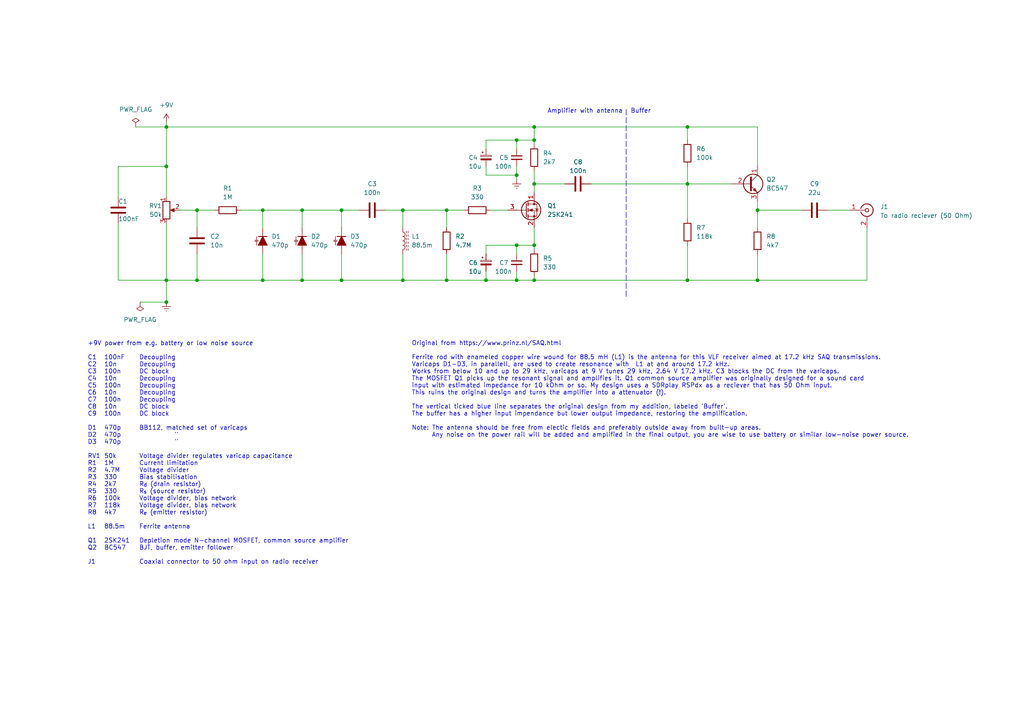
<source format=kicad_sch>
(kicad_sch (version 20211123) (generator eeschema)

  (uuid 22ae5712-8321-4ed6-a8ad-93c432143a6b)

  (paper "A4")

  (title_block
    (title "VLF amplifier")
    (date "2023-01-02")
    (rev "1")
    (comment 1 "Nicklas Norling, SA5NNN, original from https://www.prinz.nl/SAQ.html")
    (comment 2 "VLF amplifier for ferrite antenna to 50 ohm reciever.")
  )

  (lib_symbols
    (symbol "Connector:Conn_Coaxial" (pin_names (offset 1.016) hide) (in_bom yes) (on_board yes)
      (property "Reference" "J" (id 0) (at 0.254 3.048 0)
        (effects (font (size 1.27 1.27)))
      )
      (property "Value" "Conn_Coaxial" (id 1) (at 2.921 0 90)
        (effects (font (size 1.27 1.27)))
      )
      (property "Footprint" "" (id 2) (at 0 0 0)
        (effects (font (size 1.27 1.27)) hide)
      )
      (property "Datasheet" " ~" (id 3) (at 0 0 0)
        (effects (font (size 1.27 1.27)) hide)
      )
      (property "ki_keywords" "BNC SMA SMB SMC LEMO coaxial connector CINCH RCA" (id 4) (at 0 0 0)
        (effects (font (size 1.27 1.27)) hide)
      )
      (property "ki_description" "coaxial connector (BNC, SMA, SMB, SMC, Cinch/RCA, LEMO, ...)" (id 5) (at 0 0 0)
        (effects (font (size 1.27 1.27)) hide)
      )
      (property "ki_fp_filters" "*BNC* *SMA* *SMB* *SMC* *Cinch* *LEMO*" (id 6) (at 0 0 0)
        (effects (font (size 1.27 1.27)) hide)
      )
      (symbol "Conn_Coaxial_0_1"
        (arc (start -1.778 -0.508) (mid 0.2311 -1.8066) (end 1.778 0)
          (stroke (width 0.254) (type default) (color 0 0 0 0))
          (fill (type none))
        )
        (polyline
          (pts
            (xy -2.54 0)
            (xy -0.508 0)
          )
          (stroke (width 0) (type default) (color 0 0 0 0))
          (fill (type none))
        )
        (polyline
          (pts
            (xy 0 -2.54)
            (xy 0 -1.778)
          )
          (stroke (width 0) (type default) (color 0 0 0 0))
          (fill (type none))
        )
        (circle (center 0 0) (radius 0.508)
          (stroke (width 0.2032) (type default) (color 0 0 0 0))
          (fill (type none))
        )
        (arc (start 1.778 0) (mid 0.2099 1.8101) (end -1.778 0.508)
          (stroke (width 0.254) (type default) (color 0 0 0 0))
          (fill (type none))
        )
      )
      (symbol "Conn_Coaxial_1_1"
        (pin passive line (at -5.08 0 0) (length 2.54)
          (name "In" (effects (font (size 1.27 1.27))))
          (number "1" (effects (font (size 1.27 1.27))))
        )
        (pin passive line (at 0 -5.08 90) (length 2.54)
          (name "Ext" (effects (font (size 1.27 1.27))))
          (number "2" (effects (font (size 1.27 1.27))))
        )
      )
    )
    (symbol "Device:C" (pin_numbers hide) (pin_names (offset 0.254)) (in_bom yes) (on_board yes)
      (property "Reference" "C" (id 0) (at 0.635 2.54 0)
        (effects (font (size 1.27 1.27)) (justify left))
      )
      (property "Value" "C" (id 1) (at 0.635 -2.54 0)
        (effects (font (size 1.27 1.27)) (justify left))
      )
      (property "Footprint" "" (id 2) (at 0.9652 -3.81 0)
        (effects (font (size 1.27 1.27)) hide)
      )
      (property "Datasheet" "~" (id 3) (at 0 0 0)
        (effects (font (size 1.27 1.27)) hide)
      )
      (property "ki_keywords" "cap capacitor" (id 4) (at 0 0 0)
        (effects (font (size 1.27 1.27)) hide)
      )
      (property "ki_description" "Unpolarized capacitor" (id 5) (at 0 0 0)
        (effects (font (size 1.27 1.27)) hide)
      )
      (property "ki_fp_filters" "C_*" (id 6) (at 0 0 0)
        (effects (font (size 1.27 1.27)) hide)
      )
      (symbol "C_0_1"
        (polyline
          (pts
            (xy -2.032 -0.762)
            (xy 2.032 -0.762)
          )
          (stroke (width 0.508) (type default) (color 0 0 0 0))
          (fill (type none))
        )
        (polyline
          (pts
            (xy -2.032 0.762)
            (xy 2.032 0.762)
          )
          (stroke (width 0.508) (type default) (color 0 0 0 0))
          (fill (type none))
        )
      )
      (symbol "C_1_1"
        (pin passive line (at 0 3.81 270) (length 2.794)
          (name "~" (effects (font (size 1.27 1.27))))
          (number "1" (effects (font (size 1.27 1.27))))
        )
        (pin passive line (at 0 -3.81 90) (length 2.794)
          (name "~" (effects (font (size 1.27 1.27))))
          (number "2" (effects (font (size 1.27 1.27))))
        )
      )
    )
    (symbol "Device:C_Polarized_Small" (pin_numbers hide) (pin_names (offset 0.254) hide) (in_bom yes) (on_board yes)
      (property "Reference" "C" (id 0) (at 0.254 1.778 0)
        (effects (font (size 1.27 1.27)) (justify left))
      )
      (property "Value" "C_Polarized_Small" (id 1) (at 0.254 -2.032 0)
        (effects (font (size 1.27 1.27)) (justify left))
      )
      (property "Footprint" "" (id 2) (at 0 0 0)
        (effects (font (size 1.27 1.27)) hide)
      )
      (property "Datasheet" "~" (id 3) (at 0 0 0)
        (effects (font (size 1.27 1.27)) hide)
      )
      (property "ki_keywords" "cap capacitor" (id 4) (at 0 0 0)
        (effects (font (size 1.27 1.27)) hide)
      )
      (property "ki_description" "Polarized capacitor, small symbol" (id 5) (at 0 0 0)
        (effects (font (size 1.27 1.27)) hide)
      )
      (property "ki_fp_filters" "CP_*" (id 6) (at 0 0 0)
        (effects (font (size 1.27 1.27)) hide)
      )
      (symbol "C_Polarized_Small_0_1"
        (rectangle (start -1.524 -0.3048) (end 1.524 -0.6858)
          (stroke (width 0) (type default) (color 0 0 0 0))
          (fill (type outline))
        )
        (rectangle (start -1.524 0.6858) (end 1.524 0.3048)
          (stroke (width 0) (type default) (color 0 0 0 0))
          (fill (type none))
        )
        (polyline
          (pts
            (xy -1.27 1.524)
            (xy -0.762 1.524)
          )
          (stroke (width 0) (type default) (color 0 0 0 0))
          (fill (type none))
        )
        (polyline
          (pts
            (xy -1.016 1.27)
            (xy -1.016 1.778)
          )
          (stroke (width 0) (type default) (color 0 0 0 0))
          (fill (type none))
        )
      )
      (symbol "C_Polarized_Small_1_1"
        (pin passive line (at 0 2.54 270) (length 1.8542)
          (name "~" (effects (font (size 1.27 1.27))))
          (number "1" (effects (font (size 1.27 1.27))))
        )
        (pin passive line (at 0 -2.54 90) (length 1.8542)
          (name "~" (effects (font (size 1.27 1.27))))
          (number "2" (effects (font (size 1.27 1.27))))
        )
      )
    )
    (symbol "Device:C_Small" (pin_numbers hide) (pin_names (offset 0.254) hide) (in_bom yes) (on_board yes)
      (property "Reference" "C" (id 0) (at 0.254 1.778 0)
        (effects (font (size 1.27 1.27)) (justify left))
      )
      (property "Value" "C_Small" (id 1) (at 0.254 -2.032 0)
        (effects (font (size 1.27 1.27)) (justify left))
      )
      (property "Footprint" "" (id 2) (at 0 0 0)
        (effects (font (size 1.27 1.27)) hide)
      )
      (property "Datasheet" "~" (id 3) (at 0 0 0)
        (effects (font (size 1.27 1.27)) hide)
      )
      (property "ki_keywords" "capacitor cap" (id 4) (at 0 0 0)
        (effects (font (size 1.27 1.27)) hide)
      )
      (property "ki_description" "Unpolarized capacitor, small symbol" (id 5) (at 0 0 0)
        (effects (font (size 1.27 1.27)) hide)
      )
      (property "ki_fp_filters" "C_*" (id 6) (at 0 0 0)
        (effects (font (size 1.27 1.27)) hide)
      )
      (symbol "C_Small_0_1"
        (polyline
          (pts
            (xy -1.524 -0.508)
            (xy 1.524 -0.508)
          )
          (stroke (width 0.3302) (type default) (color 0 0 0 0))
          (fill (type none))
        )
        (polyline
          (pts
            (xy -1.524 0.508)
            (xy 1.524 0.508)
          )
          (stroke (width 0.3048) (type default) (color 0 0 0 0))
          (fill (type none))
        )
      )
      (symbol "C_Small_1_1"
        (pin passive line (at 0 2.54 270) (length 2.032)
          (name "~" (effects (font (size 1.27 1.27))))
          (number "1" (effects (font (size 1.27 1.27))))
        )
        (pin passive line (at 0 -2.54 90) (length 2.032)
          (name "~" (effects (font (size 1.27 1.27))))
          (number "2" (effects (font (size 1.27 1.27))))
        )
      )
    )
    (symbol "Device:D_Capacitance_Filled" (pin_numbers hide) (pin_names (offset 1.016) hide) (in_bom yes) (on_board yes)
      (property "Reference" "D" (id 0) (at 0 2.54 0)
        (effects (font (size 1.27 1.27)))
      )
      (property "Value" "D_Capacitance_Filled" (id 1) (at 0 -3.302 0)
        (effects (font (size 1.27 1.27)))
      )
      (property "Footprint" "" (id 2) (at 0 0 0)
        (effects (font (size 1.27 1.27)) hide)
      )
      (property "Datasheet" "~" (id 3) (at 0 0 0)
        (effects (font (size 1.27 1.27)) hide)
      )
      (property "ki_keywords" "capacitance diode varicap varactor" (id 4) (at 0 0 0)
        (effects (font (size 1.27 1.27)) hide)
      )
      (property "ki_description" "Variable capacitance diode, filled shape" (id 5) (at 0 0 0)
        (effects (font (size 1.27 1.27)) hide)
      )
      (property "ki_fp_filters" "TO-???* *_Diode_* *SingleDiode* D_*" (id 6) (at 0 0 0)
        (effects (font (size 1.27 1.27)) hide)
      )
      (symbol "D_Capacitance_Filled_0_1"
        (polyline
          (pts
            (xy -1.27 -1.778)
            (xy -0.1524 -1.778)
          )
          (stroke (width 0) (type default) (color 0 0 0 0))
          (fill (type none))
        )
        (polyline
          (pts
            (xy -1.27 0)
            (xy 1.27 0)
          )
          (stroke (width 0) (type default) (color 0 0 0 0))
          (fill (type none))
        )
        (polyline
          (pts
            (xy -1.27 1.27)
            (xy -1.27 -1.27)
          )
          (stroke (width 0.254) (type default) (color 0 0 0 0))
          (fill (type none))
        )
        (polyline
          (pts
            (xy -0.1524 -1.27)
            (xy -0.1524 -2.286)
          )
          (stroke (width 0) (type default) (color 0 0 0 0))
          (fill (type none))
        )
        (polyline
          (pts
            (xy 0.1524 -1.778)
            (xy 1.27 -1.778)
          )
          (stroke (width 0) (type default) (color 0 0 0 0))
          (fill (type none))
        )
        (polyline
          (pts
            (xy 0.1524 -1.27)
            (xy 0.1524 -2.286)
          )
          (stroke (width 0) (type default) (color 0 0 0 0))
          (fill (type none))
        )
        (polyline
          (pts
            (xy 1.27 1.27)
            (xy 1.27 -1.27)
            (xy -1.27 0)
            (xy 1.27 1.27)
          )
          (stroke (width 0.254) (type default) (color 0 0 0 0))
          (fill (type outline))
        )
      )
      (symbol "D_Capacitance_Filled_1_1"
        (pin passive line (at -3.81 0 0) (length 2.54)
          (name "K" (effects (font (size 1.27 1.27))))
          (number "1" (effects (font (size 1.27 1.27))))
        )
        (pin passive line (at 3.81 0 180) (length 2.54)
          (name "A" (effects (font (size 1.27 1.27))))
          (number "2" (effects (font (size 1.27 1.27))))
        )
      )
    )
    (symbol "Device:L_Ferrite" (pin_numbers hide) (pin_names (offset 1.016) hide) (in_bom yes) (on_board yes)
      (property "Reference" "L" (id 0) (at -1.27 0 90)
        (effects (font (size 1.27 1.27)))
      )
      (property "Value" "L_Ferrite" (id 1) (at 2.794 0 90)
        (effects (font (size 1.27 1.27)))
      )
      (property "Footprint" "" (id 2) (at 0 0 0)
        (effects (font (size 1.27 1.27)) hide)
      )
      (property "Datasheet" "~" (id 3) (at 0 0 0)
        (effects (font (size 1.27 1.27)) hide)
      )
      (property "ki_keywords" "inductor choke coil reactor magnetic" (id 4) (at 0 0 0)
        (effects (font (size 1.27 1.27)) hide)
      )
      (property "ki_description" "Inductor with ferrite core" (id 5) (at 0 0 0)
        (effects (font (size 1.27 1.27)) hide)
      )
      (property "ki_fp_filters" "Choke_* *Coil* Inductor_* L_*" (id 6) (at 0 0 0)
        (effects (font (size 1.27 1.27)) hide)
      )
      (symbol "L_Ferrite_0_1"
        (arc (start 0 -2.54) (mid 0.635 -1.905) (end 0 -1.27)
          (stroke (width 0) (type default) (color 0 0 0 0))
          (fill (type none))
        )
        (arc (start 0 -1.27) (mid 0.635 -0.635) (end 0 0)
          (stroke (width 0) (type default) (color 0 0 0 0))
          (fill (type none))
        )
        (polyline
          (pts
            (xy 1.016 -2.794)
            (xy 1.016 -2.286)
          )
          (stroke (width 0) (type default) (color 0 0 0 0))
          (fill (type none))
        )
        (polyline
          (pts
            (xy 1.016 -1.778)
            (xy 1.016 -1.27)
          )
          (stroke (width 0) (type default) (color 0 0 0 0))
          (fill (type none))
        )
        (polyline
          (pts
            (xy 1.016 -0.762)
            (xy 1.016 -0.254)
          )
          (stroke (width 0) (type default) (color 0 0 0 0))
          (fill (type none))
        )
        (polyline
          (pts
            (xy 1.016 0.254)
            (xy 1.016 0.762)
          )
          (stroke (width 0) (type default) (color 0 0 0 0))
          (fill (type none))
        )
        (polyline
          (pts
            (xy 1.016 1.27)
            (xy 1.016 1.778)
          )
          (stroke (width 0) (type default) (color 0 0 0 0))
          (fill (type none))
        )
        (polyline
          (pts
            (xy 1.016 2.286)
            (xy 1.016 2.794)
          )
          (stroke (width 0) (type default) (color 0 0 0 0))
          (fill (type none))
        )
        (polyline
          (pts
            (xy 1.524 -2.286)
            (xy 1.524 -2.794)
          )
          (stroke (width 0) (type default) (color 0 0 0 0))
          (fill (type none))
        )
        (polyline
          (pts
            (xy 1.524 -1.27)
            (xy 1.524 -1.778)
          )
          (stroke (width 0) (type default) (color 0 0 0 0))
          (fill (type none))
        )
        (polyline
          (pts
            (xy 1.524 -0.254)
            (xy 1.524 -0.762)
          )
          (stroke (width 0) (type default) (color 0 0 0 0))
          (fill (type none))
        )
        (polyline
          (pts
            (xy 1.524 0.762)
            (xy 1.524 0.254)
          )
          (stroke (width 0) (type default) (color 0 0 0 0))
          (fill (type none))
        )
        (polyline
          (pts
            (xy 1.524 1.778)
            (xy 1.524 1.27)
          )
          (stroke (width 0) (type default) (color 0 0 0 0))
          (fill (type none))
        )
        (polyline
          (pts
            (xy 1.524 2.794)
            (xy 1.524 2.286)
          )
          (stroke (width 0) (type default) (color 0 0 0 0))
          (fill (type none))
        )
        (arc (start 0 0) (mid 0.635 0.635) (end 0 1.27)
          (stroke (width 0) (type default) (color 0 0 0 0))
          (fill (type none))
        )
        (arc (start 0 1.27) (mid 0.635 1.905) (end 0 2.54)
          (stroke (width 0) (type default) (color 0 0 0 0))
          (fill (type none))
        )
      )
      (symbol "L_Ferrite_1_1"
        (pin passive line (at 0 3.81 270) (length 1.27)
          (name "1" (effects (font (size 1.27 1.27))))
          (number "1" (effects (font (size 1.27 1.27))))
        )
        (pin passive line (at 0 -3.81 90) (length 1.27)
          (name "2" (effects (font (size 1.27 1.27))))
          (number "2" (effects (font (size 1.27 1.27))))
        )
      )
    )
    (symbol "Device:Q_NMOS_DSG" (pin_names (offset 0) hide) (in_bom yes) (on_board yes)
      (property "Reference" "Q" (id 0) (at 5.08 1.27 0)
        (effects (font (size 1.27 1.27)) (justify left))
      )
      (property "Value" "Q_NMOS_DSG" (id 1) (at 5.08 -1.27 0)
        (effects (font (size 1.27 1.27)) (justify left))
      )
      (property "Footprint" "" (id 2) (at 5.08 2.54 0)
        (effects (font (size 1.27 1.27)) hide)
      )
      (property "Datasheet" "~" (id 3) (at 0 0 0)
        (effects (font (size 1.27 1.27)) hide)
      )
      (property "ki_keywords" "transistor NMOS N-MOS N-MOSFET" (id 4) (at 0 0 0)
        (effects (font (size 1.27 1.27)) hide)
      )
      (property "ki_description" "N-MOSFET transistor, drain/source/gate" (id 5) (at 0 0 0)
        (effects (font (size 1.27 1.27)) hide)
      )
      (symbol "Q_NMOS_DSG_0_1"
        (polyline
          (pts
            (xy 0.254 0)
            (xy -2.54 0)
          )
          (stroke (width 0) (type default) (color 0 0 0 0))
          (fill (type none))
        )
        (polyline
          (pts
            (xy 0.254 1.905)
            (xy 0.254 -1.905)
          )
          (stroke (width 0.254) (type default) (color 0 0 0 0))
          (fill (type none))
        )
        (polyline
          (pts
            (xy 0.762 -1.27)
            (xy 0.762 -2.286)
          )
          (stroke (width 0.254) (type default) (color 0 0 0 0))
          (fill (type none))
        )
        (polyline
          (pts
            (xy 0.762 0.508)
            (xy 0.762 -0.508)
          )
          (stroke (width 0.254) (type default) (color 0 0 0 0))
          (fill (type none))
        )
        (polyline
          (pts
            (xy 0.762 2.286)
            (xy 0.762 1.27)
          )
          (stroke (width 0.254) (type default) (color 0 0 0 0))
          (fill (type none))
        )
        (polyline
          (pts
            (xy 2.54 2.54)
            (xy 2.54 1.778)
          )
          (stroke (width 0) (type default) (color 0 0 0 0))
          (fill (type none))
        )
        (polyline
          (pts
            (xy 2.54 -2.54)
            (xy 2.54 0)
            (xy 0.762 0)
          )
          (stroke (width 0) (type default) (color 0 0 0 0))
          (fill (type none))
        )
        (polyline
          (pts
            (xy 0.762 -1.778)
            (xy 3.302 -1.778)
            (xy 3.302 1.778)
            (xy 0.762 1.778)
          )
          (stroke (width 0) (type default) (color 0 0 0 0))
          (fill (type none))
        )
        (polyline
          (pts
            (xy 1.016 0)
            (xy 2.032 0.381)
            (xy 2.032 -0.381)
            (xy 1.016 0)
          )
          (stroke (width 0) (type default) (color 0 0 0 0))
          (fill (type outline))
        )
        (polyline
          (pts
            (xy 2.794 0.508)
            (xy 2.921 0.381)
            (xy 3.683 0.381)
            (xy 3.81 0.254)
          )
          (stroke (width 0) (type default) (color 0 0 0 0))
          (fill (type none))
        )
        (polyline
          (pts
            (xy 3.302 0.381)
            (xy 2.921 -0.254)
            (xy 3.683 -0.254)
            (xy 3.302 0.381)
          )
          (stroke (width 0) (type default) (color 0 0 0 0))
          (fill (type none))
        )
        (circle (center 1.651 0) (radius 2.794)
          (stroke (width 0.254) (type default) (color 0 0 0 0))
          (fill (type none))
        )
        (circle (center 2.54 -1.778) (radius 0.254)
          (stroke (width 0) (type default) (color 0 0 0 0))
          (fill (type outline))
        )
        (circle (center 2.54 1.778) (radius 0.254)
          (stroke (width 0) (type default) (color 0 0 0 0))
          (fill (type outline))
        )
      )
      (symbol "Q_NMOS_DSG_1_1"
        (pin passive line (at 2.54 5.08 270) (length 2.54)
          (name "D" (effects (font (size 1.27 1.27))))
          (number "1" (effects (font (size 1.27 1.27))))
        )
        (pin passive line (at 2.54 -5.08 90) (length 2.54)
          (name "S" (effects (font (size 1.27 1.27))))
          (number "2" (effects (font (size 1.27 1.27))))
        )
        (pin input line (at -5.08 0 0) (length 2.54)
          (name "G" (effects (font (size 1.27 1.27))))
          (number "3" (effects (font (size 1.27 1.27))))
        )
      )
    )
    (symbol "Device:R" (pin_numbers hide) (pin_names (offset 0)) (in_bom yes) (on_board yes)
      (property "Reference" "R" (id 0) (at 2.032 0 90)
        (effects (font (size 1.27 1.27)))
      )
      (property "Value" "R" (id 1) (at 0 0 90)
        (effects (font (size 1.27 1.27)))
      )
      (property "Footprint" "" (id 2) (at -1.778 0 90)
        (effects (font (size 1.27 1.27)) hide)
      )
      (property "Datasheet" "~" (id 3) (at 0 0 0)
        (effects (font (size 1.27 1.27)) hide)
      )
      (property "ki_keywords" "R res resistor" (id 4) (at 0 0 0)
        (effects (font (size 1.27 1.27)) hide)
      )
      (property "ki_description" "Resistor" (id 5) (at 0 0 0)
        (effects (font (size 1.27 1.27)) hide)
      )
      (property "ki_fp_filters" "R_*" (id 6) (at 0 0 0)
        (effects (font (size 1.27 1.27)) hide)
      )
      (symbol "R_0_1"
        (rectangle (start -1.016 -2.54) (end 1.016 2.54)
          (stroke (width 0.254) (type default) (color 0 0 0 0))
          (fill (type none))
        )
      )
      (symbol "R_1_1"
        (pin passive line (at 0 3.81 270) (length 1.27)
          (name "~" (effects (font (size 1.27 1.27))))
          (number "1" (effects (font (size 1.27 1.27))))
        )
        (pin passive line (at 0 -3.81 90) (length 1.27)
          (name "~" (effects (font (size 1.27 1.27))))
          (number "2" (effects (font (size 1.27 1.27))))
        )
      )
    )
    (symbol "Device:R_Potentiometer" (pin_names (offset 1.016) hide) (in_bom yes) (on_board yes)
      (property "Reference" "RV" (id 0) (at -4.445 0 90)
        (effects (font (size 1.27 1.27)))
      )
      (property "Value" "R_Potentiometer" (id 1) (at -2.54 0 90)
        (effects (font (size 1.27 1.27)))
      )
      (property "Footprint" "" (id 2) (at 0 0 0)
        (effects (font (size 1.27 1.27)) hide)
      )
      (property "Datasheet" "~" (id 3) (at 0 0 0)
        (effects (font (size 1.27 1.27)) hide)
      )
      (property "ki_keywords" "resistor variable" (id 4) (at 0 0 0)
        (effects (font (size 1.27 1.27)) hide)
      )
      (property "ki_description" "Potentiometer" (id 5) (at 0 0 0)
        (effects (font (size 1.27 1.27)) hide)
      )
      (property "ki_fp_filters" "Potentiometer*" (id 6) (at 0 0 0)
        (effects (font (size 1.27 1.27)) hide)
      )
      (symbol "R_Potentiometer_0_1"
        (polyline
          (pts
            (xy 2.54 0)
            (xy 1.524 0)
          )
          (stroke (width 0) (type default) (color 0 0 0 0))
          (fill (type none))
        )
        (polyline
          (pts
            (xy 1.143 0)
            (xy 2.286 0.508)
            (xy 2.286 -0.508)
            (xy 1.143 0)
          )
          (stroke (width 0) (type default) (color 0 0 0 0))
          (fill (type outline))
        )
        (rectangle (start 1.016 2.54) (end -1.016 -2.54)
          (stroke (width 0.254) (type default) (color 0 0 0 0))
          (fill (type none))
        )
      )
      (symbol "R_Potentiometer_1_1"
        (pin passive line (at 0 3.81 270) (length 1.27)
          (name "1" (effects (font (size 1.27 1.27))))
          (number "1" (effects (font (size 1.27 1.27))))
        )
        (pin passive line (at 3.81 0 180) (length 1.27)
          (name "2" (effects (font (size 1.27 1.27))))
          (number "2" (effects (font (size 1.27 1.27))))
        )
        (pin passive line (at 0 -3.81 90) (length 1.27)
          (name "3" (effects (font (size 1.27 1.27))))
          (number "3" (effects (font (size 1.27 1.27))))
        )
      )
    )
    (symbol "Transistor_BJT:BC547" (pin_names (offset 0) hide) (in_bom yes) (on_board yes)
      (property "Reference" "Q" (id 0) (at 5.08 1.905 0)
        (effects (font (size 1.27 1.27)) (justify left))
      )
      (property "Value" "BC547" (id 1) (at 5.08 0 0)
        (effects (font (size 1.27 1.27)) (justify left))
      )
      (property "Footprint" "Package_TO_SOT_THT:TO-92_Inline" (id 2) (at 5.08 -1.905 0)
        (effects (font (size 1.27 1.27) italic) (justify left) hide)
      )
      (property "Datasheet" "https://www.onsemi.com/pub/Collateral/BC550-D.pdf" (id 3) (at 0 0 0)
        (effects (font (size 1.27 1.27)) (justify left) hide)
      )
      (property "ki_keywords" "NPN Transistor" (id 4) (at 0 0 0)
        (effects (font (size 1.27 1.27)) hide)
      )
      (property "ki_description" "0.1A Ic, 45V Vce, Small Signal NPN Transistor, TO-92" (id 5) (at 0 0 0)
        (effects (font (size 1.27 1.27)) hide)
      )
      (property "ki_fp_filters" "TO?92*" (id 6) (at 0 0 0)
        (effects (font (size 1.27 1.27)) hide)
      )
      (symbol "BC547_0_1"
        (polyline
          (pts
            (xy 0 0)
            (xy 0.635 0)
          )
          (stroke (width 0) (type default) (color 0 0 0 0))
          (fill (type none))
        )
        (polyline
          (pts
            (xy 0.635 0.635)
            (xy 2.54 2.54)
          )
          (stroke (width 0) (type default) (color 0 0 0 0))
          (fill (type none))
        )
        (polyline
          (pts
            (xy 0.635 -0.635)
            (xy 2.54 -2.54)
            (xy 2.54 -2.54)
          )
          (stroke (width 0) (type default) (color 0 0 0 0))
          (fill (type none))
        )
        (polyline
          (pts
            (xy 0.635 1.905)
            (xy 0.635 -1.905)
            (xy 0.635 -1.905)
          )
          (stroke (width 0.508) (type default) (color 0 0 0 0))
          (fill (type none))
        )
        (polyline
          (pts
            (xy 1.27 -1.778)
            (xy 1.778 -1.27)
            (xy 2.286 -2.286)
            (xy 1.27 -1.778)
            (xy 1.27 -1.778)
          )
          (stroke (width 0) (type default) (color 0 0 0 0))
          (fill (type outline))
        )
        (circle (center 1.27 0) (radius 2.8194)
          (stroke (width 0.254) (type default) (color 0 0 0 0))
          (fill (type none))
        )
      )
      (symbol "BC547_1_1"
        (pin passive line (at 2.54 5.08 270) (length 2.54)
          (name "C" (effects (font (size 1.27 1.27))))
          (number "1" (effects (font (size 1.27 1.27))))
        )
        (pin input line (at -5.08 0 0) (length 5.08)
          (name "B" (effects (font (size 1.27 1.27))))
          (number "2" (effects (font (size 1.27 1.27))))
        )
        (pin passive line (at 2.54 -5.08 90) (length 2.54)
          (name "E" (effects (font (size 1.27 1.27))))
          (number "3" (effects (font (size 1.27 1.27))))
        )
      )
    )
    (symbol "power:+9V" (power) (pin_names (offset 0)) (in_bom yes) (on_board yes)
      (property "Reference" "#PWR" (id 0) (at 0 -3.81 0)
        (effects (font (size 1.27 1.27)) hide)
      )
      (property "Value" "+9V" (id 1) (at 0 3.556 0)
        (effects (font (size 1.27 1.27)))
      )
      (property "Footprint" "" (id 2) (at 0 0 0)
        (effects (font (size 1.27 1.27)) hide)
      )
      (property "Datasheet" "" (id 3) (at 0 0 0)
        (effects (font (size 1.27 1.27)) hide)
      )
      (property "ki_keywords" "global power" (id 4) (at 0 0 0)
        (effects (font (size 1.27 1.27)) hide)
      )
      (property "ki_description" "Power symbol creates a global label with name \"+9V\"" (id 5) (at 0 0 0)
        (effects (font (size 1.27 1.27)) hide)
      )
      (symbol "+9V_0_1"
        (polyline
          (pts
            (xy -0.762 1.27)
            (xy 0 2.54)
          )
          (stroke (width 0) (type default) (color 0 0 0 0))
          (fill (type none))
        )
        (polyline
          (pts
            (xy 0 0)
            (xy 0 2.54)
          )
          (stroke (width 0) (type default) (color 0 0 0 0))
          (fill (type none))
        )
        (polyline
          (pts
            (xy 0 2.54)
            (xy 0.762 1.27)
          )
          (stroke (width 0) (type default) (color 0 0 0 0))
          (fill (type none))
        )
      )
      (symbol "+9V_1_1"
        (pin power_in line (at 0 0 90) (length 0) hide
          (name "+9V" (effects (font (size 1.27 1.27))))
          (number "1" (effects (font (size 1.27 1.27))))
        )
      )
    )
    (symbol "power:Earth" (power) (pin_names (offset 0)) (in_bom yes) (on_board yes)
      (property "Reference" "#PWR" (id 0) (at 0 -6.35 0)
        (effects (font (size 1.27 1.27)) hide)
      )
      (property "Value" "Earth" (id 1) (at 0 -3.81 0)
        (effects (font (size 1.27 1.27)) hide)
      )
      (property "Footprint" "" (id 2) (at 0 0 0)
        (effects (font (size 1.27 1.27)) hide)
      )
      (property "Datasheet" "~" (id 3) (at 0 0 0)
        (effects (font (size 1.27 1.27)) hide)
      )
      (property "ki_keywords" "global ground gnd" (id 4) (at 0 0 0)
        (effects (font (size 1.27 1.27)) hide)
      )
      (property "ki_description" "Power symbol creates a global label with name \"Earth\"" (id 5) (at 0 0 0)
        (effects (font (size 1.27 1.27)) hide)
      )
      (symbol "Earth_0_1"
        (polyline
          (pts
            (xy -0.635 -1.905)
            (xy 0.635 -1.905)
          )
          (stroke (width 0) (type default) (color 0 0 0 0))
          (fill (type none))
        )
        (polyline
          (pts
            (xy -0.127 -2.54)
            (xy 0.127 -2.54)
          )
          (stroke (width 0) (type default) (color 0 0 0 0))
          (fill (type none))
        )
        (polyline
          (pts
            (xy 0 -1.27)
            (xy 0 0)
          )
          (stroke (width 0) (type default) (color 0 0 0 0))
          (fill (type none))
        )
        (polyline
          (pts
            (xy 1.27 -1.27)
            (xy -1.27 -1.27)
          )
          (stroke (width 0) (type default) (color 0 0 0 0))
          (fill (type none))
        )
      )
      (symbol "Earth_1_1"
        (pin power_in line (at 0 0 270) (length 0) hide
          (name "Earth" (effects (font (size 1.27 1.27))))
          (number "1" (effects (font (size 1.27 1.27))))
        )
      )
    )
    (symbol "power:PWR_FLAG" (power) (pin_numbers hide) (pin_names (offset 0) hide) (in_bom yes) (on_board yes)
      (property "Reference" "#FLG" (id 0) (at 0 1.905 0)
        (effects (font (size 1.27 1.27)) hide)
      )
      (property "Value" "PWR_FLAG" (id 1) (at 0 3.81 0)
        (effects (font (size 1.27 1.27)))
      )
      (property "Footprint" "" (id 2) (at 0 0 0)
        (effects (font (size 1.27 1.27)) hide)
      )
      (property "Datasheet" "~" (id 3) (at 0 0 0)
        (effects (font (size 1.27 1.27)) hide)
      )
      (property "ki_keywords" "flag power" (id 4) (at 0 0 0)
        (effects (font (size 1.27 1.27)) hide)
      )
      (property "ki_description" "Special symbol for telling ERC where power comes from" (id 5) (at 0 0 0)
        (effects (font (size 1.27 1.27)) hide)
      )
      (symbol "PWR_FLAG_0_0"
        (pin power_out line (at 0 0 90) (length 0)
          (name "pwr" (effects (font (size 1.27 1.27))))
          (number "1" (effects (font (size 1.27 1.27))))
        )
      )
      (symbol "PWR_FLAG_0_1"
        (polyline
          (pts
            (xy 0 0)
            (xy 0 1.27)
            (xy -1.016 1.905)
            (xy 0 2.54)
            (xy 1.016 1.905)
            (xy 0 1.27)
          )
          (stroke (width 0) (type default) (color 0 0 0 0))
          (fill (type none))
        )
      )
    )
  )

  (junction (at 129.54 81.28) (diameter 0) (color 0 0 0 0)
    (uuid 06556003-dbfb-46c2-b609-eb99196d3cb7)
  )
  (junction (at 149.86 81.28) (diameter 0) (color 0 0 0 0)
    (uuid 1707d169-edd7-4c72-bd72-5fe6e456670c)
  )
  (junction (at 116.84 60.96) (diameter 0) (color 0 0 0 0)
    (uuid 1de79d9c-35e4-4a94-94e4-ee6544cbced8)
  )
  (junction (at 149.86 40.64) (diameter 0) (color 0 0 0 0)
    (uuid 21dea060-4b78-4404-93bd-e74e82844411)
  )
  (junction (at 199.39 81.28) (diameter 0) (color 0 0 0 0)
    (uuid 2574960f-929a-4bca-9263-e89117f9be11)
  )
  (junction (at 87.63 81.28) (diameter 0) (color 0 0 0 0)
    (uuid 3bebb7bb-3af7-4563-9dad-c6002652fce7)
  )
  (junction (at 76.2 60.96) (diameter 0) (color 0 0 0 0)
    (uuid 3c3b1441-49a7-4816-b4d6-84bc14ad0aaf)
  )
  (junction (at 154.94 36.83) (diameter 0) (color 0 0 0 0)
    (uuid 3c4388d1-d2e4-4144-878d-760c721f98c0)
  )
  (junction (at 129.54 60.96) (diameter 0) (color 0 0 0 0)
    (uuid 3e5dd828-17b7-46d2-89ab-12db4a09aaee)
  )
  (junction (at 199.39 36.83) (diameter 0) (color 0 0 0 0)
    (uuid 4af3887a-7d24-4507-8dd5-5ace2a31470f)
  )
  (junction (at 154.94 40.64) (diameter 0) (color 0 0 0 0)
    (uuid 4cae08e5-9990-4c98-9657-5ac5308765b4)
  )
  (junction (at 57.15 60.96) (diameter 0) (color 0 0 0 0)
    (uuid 4ce8b044-d185-4121-8d05-e571c95cf7e0)
  )
  (junction (at 48.26 48.26) (diameter 0) (color 0 0 0 0)
    (uuid 50de8550-db62-4f30-b2a2-c42d5aef251e)
  )
  (junction (at 149.86 50.8) (diameter 0) (color 0 0 0 0)
    (uuid 5783df7c-3140-444a-9037-4f7c46c2146c)
  )
  (junction (at 99.06 81.28) (diameter 0) (color 0 0 0 0)
    (uuid 5c186082-1b64-46e9-afa8-0b7f02c8d3e1)
  )
  (junction (at 149.86 71.12) (diameter 0) (color 0 0 0 0)
    (uuid 610217dc-edfc-41ba-84a4-2e90f238fe11)
  )
  (junction (at 48.26 36.83) (diameter 0) (color 0 0 0 0)
    (uuid 67689ff8-57b9-4f25-9a06-94be04cae1f2)
  )
  (junction (at 116.84 81.28) (diameter 0) (color 0 0 0 0)
    (uuid 7bbd3153-eb18-41f9-b8b6-eda23656836c)
  )
  (junction (at 48.26 87.63) (diameter 0) (color 0 0 0 0)
    (uuid 8fd61cb3-e08b-4a3e-a1de-c9f33236feb8)
  )
  (junction (at 199.39 53.34) (diameter 0) (color 0 0 0 0)
    (uuid 91e74d40-4fb5-455c-b492-5bb651aa70eb)
  )
  (junction (at 87.63 60.96) (diameter 0) (color 0 0 0 0)
    (uuid a545ad2d-6c44-453b-bf1f-893fdfad1768)
  )
  (junction (at 219.71 60.96) (diameter 0) (color 0 0 0 0)
    (uuid b9c6c933-a7ef-4ca2-8675-6bba36096f30)
  )
  (junction (at 154.94 71.12) (diameter 0) (color 0 0 0 0)
    (uuid cdfdf7de-5d4b-4525-ba22-b8ddb632c992)
  )
  (junction (at 57.15 81.28) (diameter 0) (color 0 0 0 0)
    (uuid d5bf8e96-aeb2-40c5-8301-4d945b6e8e22)
  )
  (junction (at 154.94 81.28) (diameter 0) (color 0 0 0 0)
    (uuid e09f39c0-4510-4393-aee5-856246fff33b)
  )
  (junction (at 76.2 81.28) (diameter 0) (color 0 0 0 0)
    (uuid e174295f-c502-45bc-9ff6-a13d096b95f8)
  )
  (junction (at 99.06 60.96) (diameter 0) (color 0 0 0 0)
    (uuid e2ffe187-7cca-4281-88a6-cac4ebef31fd)
  )
  (junction (at 48.26 81.28) (diameter 0) (color 0 0 0 0)
    (uuid e376b24b-31cc-4aab-a054-14f902656a16)
  )
  (junction (at 140.97 81.28) (diameter 0) (color 0 0 0 0)
    (uuid e84789c0-3bee-444c-8af1-a7ef09c4d604)
  )
  (junction (at 219.71 81.28) (diameter 0) (color 0 0 0 0)
    (uuid f3308ef4-5f15-47d5-a0bb-52069fc6d21b)
  )
  (junction (at 154.94 53.34) (diameter 0) (color 0 0 0 0)
    (uuid f5c9833e-c92d-4b59-bef2-9299f5b8d048)
  )

  (wire (pts (xy 149.86 81.28) (xy 154.94 81.28))
    (stroke (width 0) (type default) (color 0 0 0 0))
    (uuid 08fce45e-8027-4f52-aec8-c93113ea1eef)
  )
  (wire (pts (xy 76.2 73.66) (xy 76.2 81.28))
    (stroke (width 0) (type default) (color 0 0 0 0))
    (uuid 0b82ea1b-5f26-432c-a2ba-878b9b5ebcd2)
  )
  (wire (pts (xy 199.39 81.28) (xy 219.71 81.28))
    (stroke (width 0) (type default) (color 0 0 0 0))
    (uuid 0c8265f7-eeee-4179-986a-b8a82758bebe)
  )
  (wire (pts (xy 129.54 81.28) (xy 140.97 81.28))
    (stroke (width 0) (type default) (color 0 0 0 0))
    (uuid 1202a65e-0b21-4579-9d55-d510c99dd4ce)
  )
  (wire (pts (xy 52.07 60.96) (xy 57.15 60.96))
    (stroke (width 0) (type default) (color 0 0 0 0))
    (uuid 13aedf4c-3aa2-48b3-bf67-e46502f1a10b)
  )
  (wire (pts (xy 140.97 50.8) (xy 149.86 50.8))
    (stroke (width 0) (type default) (color 0 0 0 0))
    (uuid 14e318ce-fe4e-42ce-9ec0-1296237da4ca)
  )
  (wire (pts (xy 39.37 36.83) (xy 48.26 36.83))
    (stroke (width 0) (type default) (color 0 0 0 0))
    (uuid 15b83509-6494-41bb-b21f-f3a41ef24e99)
  )
  (wire (pts (xy 219.71 58.42) (xy 219.71 60.96))
    (stroke (width 0) (type default) (color 0 0 0 0))
    (uuid 17266b7a-4c4b-455b-9779-0254f94e6298)
  )
  (wire (pts (xy 48.26 36.83) (xy 48.26 48.26))
    (stroke (width 0) (type default) (color 0 0 0 0))
    (uuid 18cf42d8-4b39-4716-ac60-1d1a47bf0376)
  )
  (wire (pts (xy 219.71 60.96) (xy 219.71 66.04))
    (stroke (width 0) (type default) (color 0 0 0 0))
    (uuid 1956be47-c638-4622-99d5-02c4f2def690)
  )
  (wire (pts (xy 48.26 36.83) (xy 48.26 35.56))
    (stroke (width 0) (type default) (color 0 0 0 0))
    (uuid 1f6aa55d-4537-4cff-94a2-7f5c696efe4c)
  )
  (wire (pts (xy 129.54 73.66) (xy 129.54 81.28))
    (stroke (width 0) (type default) (color 0 0 0 0))
    (uuid 27d3b87d-27b3-45e1-a26f-124c12efb362)
  )
  (wire (pts (xy 140.97 73.66) (xy 140.97 71.12))
    (stroke (width 0) (type default) (color 0 0 0 0))
    (uuid 286ad19c-6ace-4416-8275-8212662ab5c9)
  )
  (wire (pts (xy 57.15 73.66) (xy 57.15 81.28))
    (stroke (width 0) (type default) (color 0 0 0 0))
    (uuid 2b77c93f-cabd-4f0a-9914-a2586e0acf86)
  )
  (wire (pts (xy 48.26 64.77) (xy 48.26 81.28))
    (stroke (width 0) (type default) (color 0 0 0 0))
    (uuid 3052bd09-fbe8-429b-aa9c-d2d5ddcebaa1)
  )
  (wire (pts (xy 48.26 48.26) (xy 48.26 57.15))
    (stroke (width 0) (type default) (color 0 0 0 0))
    (uuid 31429e4a-8a40-480f-91f3-fbaff38cef18)
  )
  (wire (pts (xy 40.64 87.63) (xy 48.26 87.63))
    (stroke (width 0) (type default) (color 0 0 0 0))
    (uuid 323d4068-2b48-44d4-8c6b-605ce988fe30)
  )
  (wire (pts (xy 199.39 40.64) (xy 199.39 36.83))
    (stroke (width 0) (type default) (color 0 0 0 0))
    (uuid 333ba81f-b845-4d48-9c73-8a0007976b18)
  )
  (wire (pts (xy 154.94 80.01) (xy 154.94 81.28))
    (stroke (width 0) (type default) (color 0 0 0 0))
    (uuid 36edc9c1-7616-44db-b525-578045faf96c)
  )
  (wire (pts (xy 219.71 73.66) (xy 219.71 81.28))
    (stroke (width 0) (type default) (color 0 0 0 0))
    (uuid 3811d3f3-cee1-46d8-84a0-89c07418341c)
  )
  (wire (pts (xy 219.71 81.28) (xy 251.46 81.28))
    (stroke (width 0) (type default) (color 0 0 0 0))
    (uuid 38336a49-2d69-4f19-9892-fd01d0c6c7d6)
  )
  (wire (pts (xy 111.76 60.96) (xy 116.84 60.96))
    (stroke (width 0) (type default) (color 0 0 0 0))
    (uuid 385c3092-6d13-4990-8372-48ecbc161058)
  )
  (wire (pts (xy 149.86 50.8) (xy 149.86 52.07))
    (stroke (width 0) (type default) (color 0 0 0 0))
    (uuid 398e5c80-5c99-4543-bea9-081b6d04e5ba)
  )
  (wire (pts (xy 140.97 78.74) (xy 140.97 81.28))
    (stroke (width 0) (type default) (color 0 0 0 0))
    (uuid 3d1d8ca2-7caa-464b-8ca0-f9ac7d94fef5)
  )
  (wire (pts (xy 76.2 60.96) (xy 76.2 66.04))
    (stroke (width 0) (type default) (color 0 0 0 0))
    (uuid 3fd71043-1c38-4ed2-b014-a1ddc8e850e8)
  )
  (wire (pts (xy 129.54 60.96) (xy 129.54 66.04))
    (stroke (width 0) (type default) (color 0 0 0 0))
    (uuid 4b3a85a1-cf14-44b3-aebb-1a16fec917bd)
  )
  (wire (pts (xy 171.45 53.34) (xy 199.39 53.34))
    (stroke (width 0) (type default) (color 0 0 0 0))
    (uuid 4c82e8ff-8752-4e46-9983-6d833b85e2e8)
  )
  (wire (pts (xy 140.97 43.18) (xy 140.97 40.64))
    (stroke (width 0) (type default) (color 0 0 0 0))
    (uuid 5010a72a-2866-4e4c-82b4-099706c570d4)
  )
  (wire (pts (xy 34.29 48.26) (xy 34.29 57.15))
    (stroke (width 0) (type default) (color 0 0 0 0))
    (uuid 5269b339-79d5-41f9-bc81-aa50ba45ceff)
  )
  (wire (pts (xy 149.86 40.64) (xy 154.94 40.64))
    (stroke (width 0) (type default) (color 0 0 0 0))
    (uuid 53dad469-7e2f-4329-b046-ec2fbf54195b)
  )
  (wire (pts (xy 154.94 41.91) (xy 154.94 40.64))
    (stroke (width 0) (type default) (color 0 0 0 0))
    (uuid 5561f72c-4600-4b89-b170-d4af76187cb4)
  )
  (wire (pts (xy 154.94 49.53) (xy 154.94 53.34))
    (stroke (width 0) (type default) (color 0 0 0 0))
    (uuid 55c37b67-ebde-40a5-821f-f8afc5efeda3)
  )
  (wire (pts (xy 34.29 48.26) (xy 48.26 48.26))
    (stroke (width 0) (type default) (color 0 0 0 0))
    (uuid 5da313c7-117b-4e8f-9da3-4c947521c73a)
  )
  (wire (pts (xy 219.71 60.96) (xy 232.41 60.96))
    (stroke (width 0) (type default) (color 0 0 0 0))
    (uuid 63395bef-6b8b-4fb1-93fb-c630d5a4ddac)
  )
  (wire (pts (xy 99.06 81.28) (xy 116.84 81.28))
    (stroke (width 0) (type default) (color 0 0 0 0))
    (uuid 699ed5e8-4180-4426-9a1f-07355e5ba064)
  )
  (wire (pts (xy 48.26 81.28) (xy 57.15 81.28))
    (stroke (width 0) (type default) (color 0 0 0 0))
    (uuid 6a94116e-f793-41ea-9ae5-8c8a7e8b1dfd)
  )
  (wire (pts (xy 154.94 53.34) (xy 154.94 55.88))
    (stroke (width 0) (type default) (color 0 0 0 0))
    (uuid 6d787635-b8f0-4f10-aac5-04b7576fd43a)
  )
  (wire (pts (xy 57.15 60.96) (xy 62.23 60.96))
    (stroke (width 0) (type default) (color 0 0 0 0))
    (uuid 6eef1800-caff-4874-a368-a96e7d1f5ab9)
  )
  (wire (pts (xy 48.26 81.28) (xy 48.26 87.63))
    (stroke (width 0) (type default) (color 0 0 0 0))
    (uuid 6f54aaf7-2777-460f-b835-5d16d87115eb)
  )
  (wire (pts (xy 87.63 60.96) (xy 99.06 60.96))
    (stroke (width 0) (type default) (color 0 0 0 0))
    (uuid 754424a8-b8d8-49d2-8d8b-efe990a0e053)
  )
  (wire (pts (xy 87.63 73.66) (xy 87.63 81.28))
    (stroke (width 0) (type default) (color 0 0 0 0))
    (uuid 8a464c2b-0b51-4875-af5b-7d3bf05f7a44)
  )
  (wire (pts (xy 149.86 71.12) (xy 149.86 73.66))
    (stroke (width 0) (type default) (color 0 0 0 0))
    (uuid 91de6cc1-19ff-4d21-97d2-c9a6d2504cc7)
  )
  (wire (pts (xy 57.15 60.96) (xy 57.15 66.04))
    (stroke (width 0) (type default) (color 0 0 0 0))
    (uuid 92392277-76ff-4707-b9e3-d07338c18e04)
  )
  (wire (pts (xy 129.54 60.96) (xy 134.62 60.96))
    (stroke (width 0) (type default) (color 0 0 0 0))
    (uuid 9531eb91-c19a-46e8-8083-e2255209650c)
  )
  (wire (pts (xy 149.86 40.64) (xy 149.86 43.18))
    (stroke (width 0) (type default) (color 0 0 0 0))
    (uuid 9cb2c891-f527-448d-b301-e623448539e6)
  )
  (wire (pts (xy 199.39 48.26) (xy 199.39 53.34))
    (stroke (width 0) (type default) (color 0 0 0 0))
    (uuid a2bb506c-b331-482c-a1bc-020e58ecce9f)
  )
  (wire (pts (xy 149.86 71.12) (xy 154.94 71.12))
    (stroke (width 0) (type default) (color 0 0 0 0))
    (uuid a7d3306d-156d-4aba-b112-3879d02c74ee)
  )
  (wire (pts (xy 140.97 48.26) (xy 140.97 50.8))
    (stroke (width 0) (type default) (color 0 0 0 0))
    (uuid aa20fac6-9910-4634-a0d3-7c5305484629)
  )
  (wire (pts (xy 87.63 60.96) (xy 87.63 66.04))
    (stroke (width 0) (type default) (color 0 0 0 0))
    (uuid af0c7dab-b860-4505-a9c4-a3b2d2eb1177)
  )
  (wire (pts (xy 140.97 71.12) (xy 149.86 71.12))
    (stroke (width 0) (type default) (color 0 0 0 0))
    (uuid b6ac8842-2c6c-4a91-ac8d-720a73b6f4c2)
  )
  (wire (pts (xy 99.06 60.96) (xy 104.14 60.96))
    (stroke (width 0) (type default) (color 0 0 0 0))
    (uuid bb7bd6ef-1d91-4fce-8f86-bace8d718567)
  )
  (wire (pts (xy 76.2 81.28) (xy 87.63 81.28))
    (stroke (width 0) (type default) (color 0 0 0 0))
    (uuid bd49385f-be39-4562-83d8-6be0156d259e)
  )
  (wire (pts (xy 240.03 60.96) (xy 246.38 60.96))
    (stroke (width 0) (type default) (color 0 0 0 0))
    (uuid bda2befa-e268-4287-8a00-13f5833d16e8)
  )
  (wire (pts (xy 199.39 53.34) (xy 199.39 63.5))
    (stroke (width 0) (type default) (color 0 0 0 0))
    (uuid c0734265-3fb6-4fbe-a79e-e11a6171bc3f)
  )
  (wire (pts (xy 99.06 73.66) (xy 99.06 81.28))
    (stroke (width 0) (type default) (color 0 0 0 0))
    (uuid c1767530-1e13-4fd1-a208-2784b7571067)
  )
  (wire (pts (xy 48.26 36.83) (xy 154.94 36.83))
    (stroke (width 0) (type default) (color 0 0 0 0))
    (uuid c3d461a9-cf59-4b5e-89eb-b873bfc482e1)
  )
  (wire (pts (xy 116.84 81.28) (xy 129.54 81.28))
    (stroke (width 0) (type default) (color 0 0 0 0))
    (uuid c8b955b3-94d6-470b-807b-6e17404b7183)
  )
  (wire (pts (xy 87.63 81.28) (xy 99.06 81.28))
    (stroke (width 0) (type default) (color 0 0 0 0))
    (uuid cca7c322-6e65-48f6-99af-d6c5e17f8f64)
  )
  (wire (pts (xy 57.15 81.28) (xy 76.2 81.28))
    (stroke (width 0) (type default) (color 0 0 0 0))
    (uuid ccc3e22f-8aaa-4601-9b62-2a4ba4b955a6)
  )
  (wire (pts (xy 142.24 60.96) (xy 147.32 60.96))
    (stroke (width 0) (type default) (color 0 0 0 0))
    (uuid d140c80d-7706-4f0b-bf66-531f99cc5fbe)
  )
  (wire (pts (xy 99.06 60.96) (xy 99.06 66.04))
    (stroke (width 0) (type default) (color 0 0 0 0))
    (uuid d5de0c17-b40d-4f94-9505-b14999091473)
  )
  (wire (pts (xy 154.94 81.28) (xy 199.39 81.28))
    (stroke (width 0) (type default) (color 0 0 0 0))
    (uuid d6e18253-7a9d-4ea3-a680-3850e3e17ba5)
  )
  (wire (pts (xy 69.85 60.96) (xy 76.2 60.96))
    (stroke (width 0) (type default) (color 0 0 0 0))
    (uuid d75dffd8-4ebb-47d1-a854-a1ed7c152580)
  )
  (wire (pts (xy 154.94 66.04) (xy 154.94 71.12))
    (stroke (width 0) (type default) (color 0 0 0 0))
    (uuid d8a0a1e5-024a-462b-9bb0-5fdb5cdfdbd9)
  )
  (wire (pts (xy 149.86 48.26) (xy 149.86 50.8))
    (stroke (width 0) (type default) (color 0 0 0 0))
    (uuid d9985584-a774-4d6f-a171-d8bc307b45fc)
  )
  (wire (pts (xy 199.39 71.12) (xy 199.39 81.28))
    (stroke (width 0) (type default) (color 0 0 0 0))
    (uuid dbe32e64-81bd-4af6-bf52-d582c797642f)
  )
  (wire (pts (xy 149.86 78.74) (xy 149.86 81.28))
    (stroke (width 0) (type default) (color 0 0 0 0))
    (uuid dc8ac6fb-0fc4-41ba-b20e-ee6aa6831564)
  )
  (wire (pts (xy 76.2 60.96) (xy 87.63 60.96))
    (stroke (width 0) (type default) (color 0 0 0 0))
    (uuid de0417ad-8fd4-4ca0-b965-4028e735f757)
  )
  (wire (pts (xy 219.71 48.26) (xy 219.71 36.83))
    (stroke (width 0) (type default) (color 0 0 0 0))
    (uuid df54787b-1b04-4dd0-9918-51e89cc6e4d2)
  )
  (wire (pts (xy 154.94 36.83) (xy 199.39 36.83))
    (stroke (width 0) (type default) (color 0 0 0 0))
    (uuid e01c7cd2-72ce-4ffb-90fa-3faa5af2b36c)
  )
  (wire (pts (xy 154.94 53.34) (xy 163.83 53.34))
    (stroke (width 0) (type default) (color 0 0 0 0))
    (uuid e087336e-7559-4a31-8d77-c1ca9f9ca668)
  )
  (wire (pts (xy 140.97 81.28) (xy 149.86 81.28))
    (stroke (width 0) (type default) (color 0 0 0 0))
    (uuid e59570e0-062d-4406-a3da-518214207b55)
  )
  (wire (pts (xy 154.94 71.12) (xy 154.94 72.39))
    (stroke (width 0) (type default) (color 0 0 0 0))
    (uuid e86cfba2-f003-4b2c-9531-efc3e44258d4)
  )
  (wire (pts (xy 199.39 53.34) (xy 212.09 53.34))
    (stroke (width 0) (type default) (color 0 0 0 0))
    (uuid eb33d741-e082-45ab-b1ea-47c16c0db64d)
  )
  (wire (pts (xy 34.29 81.28) (xy 48.26 81.28))
    (stroke (width 0) (type default) (color 0 0 0 0))
    (uuid ebe61fd6-06cd-4d33-a359-91ce0213cc4d)
  )
  (wire (pts (xy 219.71 36.83) (xy 199.39 36.83))
    (stroke (width 0) (type default) (color 0 0 0 0))
    (uuid ed48535c-1845-493d-9805-5740b0a65783)
  )
  (wire (pts (xy 140.97 40.64) (xy 149.86 40.64))
    (stroke (width 0) (type default) (color 0 0 0 0))
    (uuid eede40df-845c-4f0c-a696-a486722d103a)
  )
  (wire (pts (xy 116.84 60.96) (xy 129.54 60.96))
    (stroke (width 0) (type default) (color 0 0 0 0))
    (uuid ef8e6ffc-b333-4322-bbb6-a28a0a60e4e3)
  )
  (wire (pts (xy 116.84 73.66) (xy 116.84 81.28))
    (stroke (width 0) (type default) (color 0 0 0 0))
    (uuid ef9ee346-9bba-4e06-956c-3f71b4da57d3)
  )
  (wire (pts (xy 116.84 60.96) (xy 116.84 66.04))
    (stroke (width 0) (type default) (color 0 0 0 0))
    (uuid f4dee077-819a-4dd1-b0b2-ff3178356614)
  )
  (wire (pts (xy 34.29 64.77) (xy 34.29 81.28))
    (stroke (width 0) (type default) (color 0 0 0 0))
    (uuid f5e3b90a-e3a5-43ac-a622-3aa4fcfcfab1)
  )
  (polyline (pts (xy 181.61 31.75) (xy 181.61 86.36))
    (stroke (width 0) (type default) (color 0 0 0 0))
    (uuid f6018c8a-eded-45a8-a298-1a609ce10f82)
  )

  (wire (pts (xy 154.94 36.83) (xy 154.94 40.64))
    (stroke (width 0) (type default) (color 0 0 0 0))
    (uuid f64ff3b9-c127-41f7-87e6-893a49e9107e)
  )
  (wire (pts (xy 251.46 66.04) (xy 251.46 81.28))
    (stroke (width 0) (type default) (color 0 0 0 0))
    (uuid fc161897-8c52-458b-a57d-fc584fb87fdc)
  )

  (text "Amplifier with antenna" (at 158.75 33.02 0)
    (effects (font (size 1.27 1.27)) (justify left bottom))
    (uuid 54e9c459-4f1a-4ad8-9fc0-ef32b8d39cf3)
  )
  (text "Original from https://www.prinz.nl/SAQ.html\n\nFerrite rod with enameled copper wire wound for 88.5 mH (L1) is the antenna for this VLF receiver aimed at 17.2 kHz SAQ transmissions.\nVaricaps D1-D3, in parallell, are used to create resonance with  L1 at and around 17.2 kHz.\nWorks from below 10 and up to 29 kHz, varicaps at 9 V tunes 29 kHz, 2.64 V 17.2 kHz. C3 blocks the DC from the varicaps.\nThe MOSFET Q1 picks up the resonant signal and amplifies it. Q1 common source amplifier was originally designed for a sound card\ninput with estimated impedance for 10 kOhm or so. My design uses a SDRplay RSPdx as a reciever that has 50 Ohm input.\nThis ruins the original design and turns the amplifier into a attenuator (!).\n\nThe vertical ticked blue line separates the original design from my addition, labeled 'Buffer'.\nThe buffer has a higher input impendance but lower output impedance, restoring the amplification.\n\nNote: The antenna should be free from electic fields and preferably outside away from built-up areas.\n      Any noise on the power rail will be added and amplified in the final output, you are wise to use battery or similar low-noise power source."
    (at 119.38 127 0)
    (effects (font (size 1.27 1.27)) (justify left bottom))
    (uuid 8c5e1d2c-6e8d-47e8-9a1d-c223a0736538)
  )
  (text "+9V power from e.g. battery or low noise source\n\nC1	${fc9db412-3643-495a-aaf1-a18f540c1ac0:VALUE}	Decoupling\nC2	${83ef6031-0b23-4452-a72b-828ba8e4134d:VALUE}		Decoupling\nC3	${556b4095-eb68-4f23-9bf3-02d53ecd5846:VALUE}	DC block\nC4	${83ef6031-0b23-4452-a72b-828ba8e4134d:VALUE}		Decoupling\nC5	${556b4095-eb68-4f23-9bf3-02d53ecd5846:VALUE}	Decoupling\nC6	${83ef6031-0b23-4452-a72b-828ba8e4134d:VALUE}		Decoupling\nC7	${556b4095-eb68-4f23-9bf3-02d53ecd5846:VALUE}	Decoupling\nC8	${83ef6031-0b23-4452-a72b-828ba8e4134d:VALUE}		DC block\nC9	${556b4095-eb68-4f23-9bf3-02d53ecd5846:VALUE}	DC block\n\nD1	${1088b67b-c428-4702-95ec-64b20897da0b:VALUE}	BB112, matched set of varicaps\nD2	${efbe5720-a958-4839-8d2d-781bee47306d:VALUE}			''\nD3	${5dc6bd7a-9624-47c3-8dda-3e77667f80eb:VALUE}			''\n\nRV1	${87f239f3-12ef-47dd-977e-9faee08e138a:VALUE}		Voltage divider regulates varicap capacitance\nR1	${84337b79-7cbf-4db2-aa88-1c5880be7257:VALUE}		Current limitation\nR2	${3cd6eb17-a21d-4abc-a108-3a6adcebd1ea:VALUE}	Voltage divider\nR3	${b9c9c365-38a4-4d03-9510-97df9c5b9e38:VALUE}		Bias stabilisation\nR4	${538031ee-549d-4049-8dd1-5cf797e9d1f8:VALUE}		R_{d} (drain resistor)\nR5	${bb5ea578-9ac5-4e4a-8c21-db51b7d37ba1:VALUE}		R_{s} (source resistor)\nR6	${b8b0e61e-a3ea-4d7a-84f3-dbfae67e5d1d:VALUE}	Voltage divider, bias network\nR7	${1285f3a4-d817-44e9-8dcb-42f2c7b72663:VALUE}	Voltage divider, bias network\nR8	${35363222-2616-4cf7-b3ad-0f5ee85dbf49:VALUE}		R_{e} (emitter resistor)\n\nL1	${6a37c900-56cb-4b8c-b0ff-06a5151f8ebc:VALUE}	Ferrite antenna\n\nQ1	${823a61d7-9b5c-4ddc-ad4c-1fe091ab2397:VALUE}	Depletion mode N-channel MOSFET, common source amplifier\nQ2	${37a8f616-b440-46e5-b8bb-ed2367529d31:VALUE}	BJT, buffer, emitter follower\n\nJ1			Coaxial connector to 50 ohm input on radio receiver"
    (at 25.4 163.83 0)
    (effects (font (size 1.27 1.27)) (justify left bottom))
    (uuid 944d1c85-ebb0-4d82-b69c-5f7ff08f5821)
  )
  (text "Buffer" (at 182.88 33.02 0)
    (effects (font (size 1.27 1.27)) (justify left bottom))
    (uuid fdb45e05-b1a9-4f06-9154-43791d09641a)
  )

  (symbol (lib_id "Device:D_Capacitance_Filled") (at 76.2 69.85 270) (unit 1)
    (in_bom yes) (on_board yes)
    (uuid 1088b67b-c428-4702-95ec-64b20897da0b)
    (property "Reference" "D1" (id 0) (at 78.74 68.5799 90)
      (effects (font (size 1.27 1.27)) (justify left))
    )
    (property "Value" "470p" (id 1) (at 78.74 71.1199 90)
      (effects (font (size 1.27 1.27)) (justify left))
    )
    (property "Footprint" "" (id 2) (at 76.2 69.85 0)
      (effects (font (size 1.27 1.27)) hide)
    )
    (property "Datasheet" "~" (id 3) (at 76.2 69.85 0)
      (effects (font (size 1.27 1.27)) hide)
    )
    (pin "1" (uuid 7773c455-f8c5-4444-a759-309eba2b18de))
    (pin "2" (uuid bf5ef2f8-219f-4f33-8c4e-c7b15e34ba62))
  )

  (symbol (lib_id "Device:R") (at 199.39 67.31 0) (unit 1)
    (in_bom yes) (on_board yes) (fields_autoplaced)
    (uuid 1285f3a4-d817-44e9-8dcb-42f2c7b72663)
    (property "Reference" "R7" (id 0) (at 201.93 66.0399 0)
      (effects (font (size 1.27 1.27)) (justify left))
    )
    (property "Value" "118k" (id 1) (at 201.93 68.5799 0)
      (effects (font (size 1.27 1.27)) (justify left))
    )
    (property "Footprint" "" (id 2) (at 197.612 67.31 90)
      (effects (font (size 1.27 1.27)) hide)
    )
    (property "Datasheet" "~" (id 3) (at 199.39 67.31 0)
      (effects (font (size 1.27 1.27)) hide)
    )
    (pin "1" (uuid ca7f392f-fa6c-422d-8243-8e2aae25fc7f))
    (pin "2" (uuid 94d6af0c-c372-429f-bbd7-2b098c97f8e3))
  )

  (symbol (lib_id "power:PWR_FLAG") (at 39.37 36.83 0) (unit 1)
    (in_bom yes) (on_board yes) (fields_autoplaced)
    (uuid 164188c9-4c14-4518-a398-b2ffdceb91a5)
    (property "Reference" "#FLG0101" (id 0) (at 39.37 34.925 0)
      (effects (font (size 1.27 1.27)) hide)
    )
    (property "Value" "PWR_FLAG" (id 1) (at 39.37 31.75 0))
    (property "Footprint" "" (id 2) (at 39.37 36.83 0)
      (effects (font (size 1.27 1.27)) hide)
    )
    (property "Datasheet" "~" (id 3) (at 39.37 36.83 0)
      (effects (font (size 1.27 1.27)) hide)
    )
    (pin "1" (uuid 9b4f5b54-93f6-49c7-9da0-fe8c33affe16))
  )

  (symbol (lib_id "Connector:Conn_Coaxial") (at 251.46 60.96 0) (unit 1)
    (in_bom yes) (on_board yes) (fields_autoplaced)
    (uuid 3306ebc5-a787-4740-aabe-2ec3aebab2dd)
    (property "Reference" "J1" (id 0) (at 255.27 59.9831 0)
      (effects (font (size 1.27 1.27)) (justify left))
    )
    (property "Value" "To radio reciever (50 Ohm)" (id 1) (at 255.27 62.5231 0)
      (effects (font (size 1.27 1.27)) (justify left))
    )
    (property "Footprint" "" (id 2) (at 251.46 60.96 0)
      (effects (font (size 1.27 1.27)) hide)
    )
    (property "Datasheet" " ~" (id 3) (at 251.46 60.96 0)
      (effects (font (size 1.27 1.27)) hide)
    )
    (pin "1" (uuid 69139ebc-7043-4170-9bd4-9235975e884c))
    (pin "2" (uuid 2e6a703f-f986-4a4f-8643-2defb8ef8b48))
  )

  (symbol (lib_id "Device:R") (at 219.71 69.85 0) (unit 1)
    (in_bom yes) (on_board yes) (fields_autoplaced)
    (uuid 35363222-2616-4cf7-b3ad-0f5ee85dbf49)
    (property "Reference" "R8" (id 0) (at 222.25 68.5799 0)
      (effects (font (size 1.27 1.27)) (justify left))
    )
    (property "Value" "4k7" (id 1) (at 222.25 71.1199 0)
      (effects (font (size 1.27 1.27)) (justify left))
    )
    (property "Footprint" "" (id 2) (at 217.932 69.85 90)
      (effects (font (size 1.27 1.27)) hide)
    )
    (property "Datasheet" "~" (id 3) (at 219.71 69.85 0)
      (effects (font (size 1.27 1.27)) hide)
    )
    (pin "1" (uuid e3fa0df2-3379-47e7-ac92-7d0ea1193613))
    (pin "2" (uuid e67d1058-3d97-44e3-99c6-6e6f40776431))
  )

  (symbol (lib_id "Transistor_BJT:BC547") (at 217.17 53.34 0) (unit 1)
    (in_bom yes) (on_board yes) (fields_autoplaced)
    (uuid 37a8f616-b440-46e5-b8bb-ed2367529d31)
    (property "Reference" "Q2" (id 0) (at 222.25 52.0699 0)
      (effects (font (size 1.27 1.27)) (justify left))
    )
    (property "Value" "BC547" (id 1) (at 222.25 54.6099 0)
      (effects (font (size 1.27 1.27)) (justify left))
    )
    (property "Footprint" "Package_TO_SOT_THT:TO-92_Inline" (id 2) (at 222.25 55.245 0)
      (effects (font (size 1.27 1.27) italic) (justify left) hide)
    )
    (property "Datasheet" "https://www.onsemi.com/pub/Collateral/BC550-D.pdf" (id 3) (at 217.17 53.34 0)
      (effects (font (size 1.27 1.27)) (justify left) hide)
    )
    (pin "1" (uuid 243657ac-8994-4cae-b5db-7f8599d6393a))
    (pin "2" (uuid d1f74322-4b34-4159-9a37-d1ef8f08972b))
    (pin "3" (uuid 6bc45b72-9b1b-43ee-834b-59e7ef5ba0ef))
  )

  (symbol (lib_id "Device:C_Small") (at 149.86 76.2 0) (unit 1)
    (in_bom yes) (on_board yes)
    (uuid 395a1c04-c9fd-466c-8c41-813e67ede817)
    (property "Reference" "C7" (id 0) (at 144.78 76.2 0)
      (effects (font (size 1.27 1.27)) (justify left))
    )
    (property "Value" "100n" (id 1) (at 143.51 78.74 0)
      (effects (font (size 1.27 1.27)) (justify left))
    )
    (property "Footprint" "" (id 2) (at 149.86 76.2 0)
      (effects (font (size 1.27 1.27)) hide)
    )
    (property "Datasheet" "~" (id 3) (at 149.86 76.2 0)
      (effects (font (size 1.27 1.27)) hide)
    )
    (pin "1" (uuid c8636c75-3b68-446f-be81-e8e1c805d7b6))
    (pin "2" (uuid 7c15c4c8-6888-4987-a4d8-c2336e4df1d3))
  )

  (symbol (lib_id "power:Earth") (at 48.26 87.63 0) (unit 1)
    (in_bom yes) (on_board yes) (fields_autoplaced)
    (uuid 3a93ab5f-25a1-490a-ba67-630abeeb7d56)
    (property "Reference" "#PWR02" (id 0) (at 48.26 93.98 0)
      (effects (font (size 1.27 1.27)) hide)
    )
    (property "Value" "Earth" (id 1) (at 48.26 91.44 0)
      (effects (font (size 1.27 1.27)) hide)
    )
    (property "Footprint" "" (id 2) (at 48.26 87.63 0)
      (effects (font (size 1.27 1.27)) hide)
    )
    (property "Datasheet" "~" (id 3) (at 48.26 87.63 0)
      (effects (font (size 1.27 1.27)) hide)
    )
    (pin "1" (uuid 3cfb4dc2-a47a-46ad-a0c6-1742f3638684))
  )

  (symbol (lib_id "Device:R") (at 129.54 69.85 0) (unit 1)
    (in_bom yes) (on_board yes) (fields_autoplaced)
    (uuid 3cd6eb17-a21d-4abc-a108-3a6adcebd1ea)
    (property "Reference" "R2" (id 0) (at 132.08 68.5799 0)
      (effects (font (size 1.27 1.27)) (justify left))
    )
    (property "Value" "4.7M" (id 1) (at 132.08 71.1199 0)
      (effects (font (size 1.27 1.27)) (justify left))
    )
    (property "Footprint" "" (id 2) (at 127.762 69.85 90)
      (effects (font (size 1.27 1.27)) hide)
    )
    (property "Datasheet" "~" (id 3) (at 129.54 69.85 0)
      (effects (font (size 1.27 1.27)) hide)
    )
    (pin "1" (uuid 6d0e93cd-96d7-4557-8240-47dd0f0b6c9b))
    (pin "2" (uuid 300b0a55-7faf-407f-a232-44451bf13f6b))
  )

  (symbol (lib_id "Device:C") (at 236.22 60.96 90) (unit 1)
    (in_bom yes) (on_board yes) (fields_autoplaced)
    (uuid 49b14edd-d2d8-45ed-afcb-5e4c8adf5d79)
    (property "Reference" "C9" (id 0) (at 236.22 53.34 90))
    (property "Value" "22u" (id 1) (at 236.22 55.88 90))
    (property "Footprint" "" (id 2) (at 240.03 59.9948 0)
      (effects (font (size 1.27 1.27)) hide)
    )
    (property "Datasheet" "~" (id 3) (at 236.22 60.96 0)
      (effects (font (size 1.27 1.27)) hide)
    )
    (pin "1" (uuid 2591831a-c801-49ae-88f2-73caaeaabbdd))
    (pin "2" (uuid 30d95a25-ced5-48f5-9978-ed35c43a397e))
  )

  (symbol (lib_id "Device:C") (at 167.64 53.34 90) (unit 1)
    (in_bom yes) (on_board yes)
    (uuid 4f4d85fd-bf1e-411d-ae29-63ca9aec4111)
    (property "Reference" "C8" (id 0) (at 167.64 46.99 90))
    (property "Value" "100n" (id 1) (at 167.64 49.53 90))
    (property "Footprint" "" (id 2) (at 171.45 52.3748 0)
      (effects (font (size 1.27 1.27)) hide)
    )
    (property "Datasheet" "~" (id 3) (at 167.64 53.34 0)
      (effects (font (size 1.27 1.27)) hide)
    )
    (pin "1" (uuid 9ea6c9ee-d524-4013-bafd-0e02181f88eb))
    (pin "2" (uuid 091ca4b4-7b80-4c57-9903-5a7462e903d3))
  )

  (symbol (lib_id "Device:R") (at 154.94 45.72 0) (unit 1)
    (in_bom yes) (on_board yes) (fields_autoplaced)
    (uuid 538031ee-549d-4049-8dd1-5cf797e9d1f8)
    (property "Reference" "R4" (id 0) (at 157.48 44.4499 0)
      (effects (font (size 1.27 1.27)) (justify left))
    )
    (property "Value" "2k7" (id 1) (at 157.48 46.9899 0)
      (effects (font (size 1.27 1.27)) (justify left))
    )
    (property "Footprint" "" (id 2) (at 153.162 45.72 90)
      (effects (font (size 1.27 1.27)) hide)
    )
    (property "Datasheet" "~" (id 3) (at 154.94 45.72 0)
      (effects (font (size 1.27 1.27)) hide)
    )
    (pin "1" (uuid 17d7d9d3-c02b-45c0-a886-cacc1b8d262a))
    (pin "2" (uuid d3e715e7-d5d3-4f9d-81f6-e232fba79b99))
  )

  (symbol (lib_id "Device:C") (at 107.95 60.96 90) (unit 1)
    (in_bom yes) (on_board yes) (fields_autoplaced)
    (uuid 556b4095-eb68-4f23-9bf3-02d53ecd5846)
    (property "Reference" "C3" (id 0) (at 107.95 53.34 90))
    (property "Value" "100n" (id 1) (at 107.95 55.88 90))
    (property "Footprint" "" (id 2) (at 111.76 59.9948 0)
      (effects (font (size 1.27 1.27)) hide)
    )
    (property "Datasheet" "~" (id 3) (at 107.95 60.96 0)
      (effects (font (size 1.27 1.27)) hide)
    )
    (pin "1" (uuid 48d0eb17-18ae-4419-86b3-7b611c6c1cf1))
    (pin "2" (uuid 9c84f1df-117c-4268-8bcf-1716b9f5bd83))
  )

  (symbol (lib_id "Device:C_Polarized_Small") (at 140.97 45.72 0) (unit 1)
    (in_bom yes) (on_board yes)
    (uuid 55d5de0d-17ed-4295-9352-d46d3264d29e)
    (property "Reference" "C4" (id 0) (at 135.89 45.72 0)
      (effects (font (size 1.27 1.27)) (justify left))
    )
    (property "Value" "10u" (id 1) (at 135.89 48.26 0)
      (effects (font (size 1.27 1.27)) (justify left))
    )
    (property "Footprint" "" (id 2) (at 140.97 45.72 0)
      (effects (font (size 1.27 1.27)) hide)
    )
    (property "Datasheet" "~" (id 3) (at 140.97 45.72 0)
      (effects (font (size 1.27 1.27)) hide)
    )
    (pin "1" (uuid bd1f346d-5512-4051-ae06-bbc263d241b2))
    (pin "2" (uuid 396e78cb-86fd-470d-8dfc-84e5326974bb))
  )

  (symbol (lib_id "Device:D_Capacitance_Filled") (at 99.06 69.85 270) (unit 1)
    (in_bom yes) (on_board yes) (fields_autoplaced)
    (uuid 5dc6bd7a-9624-47c3-8dda-3e77667f80eb)
    (property "Reference" "D3" (id 0) (at 101.6 68.5799 90)
      (effects (font (size 1.27 1.27)) (justify left))
    )
    (property "Value" "470p" (id 1) (at 101.6 71.1199 90)
      (effects (font (size 1.27 1.27)) (justify left))
    )
    (property "Footprint" "" (id 2) (at 99.06 69.85 0)
      (effects (font (size 1.27 1.27)) hide)
    )
    (property "Datasheet" "~" (id 3) (at 99.06 69.85 0)
      (effects (font (size 1.27 1.27)) hide)
    )
    (pin "1" (uuid e110436c-619c-4837-b7a8-247dfc38dcd4))
    (pin "2" (uuid b00362e3-8e5a-4df5-b4dd-f7cbd1318adf))
  )

  (symbol (lib_id "Device:L_Ferrite") (at 116.84 69.85 0) (unit 1)
    (in_bom yes) (on_board yes) (fields_autoplaced)
    (uuid 6a37c900-56cb-4b8c-b0ff-06a5151f8ebc)
    (property "Reference" "L1" (id 0) (at 119.38 68.5799 0)
      (effects (font (size 1.27 1.27)) (justify left))
    )
    (property "Value" "88.5m" (id 1) (at 119.38 71.1199 0)
      (effects (font (size 1.27 1.27)) (justify left))
    )
    (property "Footprint" "" (id 2) (at 116.84 69.85 0)
      (effects (font (size 1.27 1.27)) hide)
    )
    (property "Datasheet" "~" (id 3) (at 116.84 69.85 0)
      (effects (font (size 1.27 1.27)) hide)
    )
    (pin "1" (uuid 77df4637-d315-44c5-b016-de55216cfadb))
    (pin "2" (uuid db697a69-83a3-431a-8991-c2780a39a6b6))
  )

  (symbol (lib_id "Device:C_Small") (at 149.86 45.72 0) (unit 1)
    (in_bom yes) (on_board yes)
    (uuid 6e08953d-050e-40b6-9ae8-378a6e526573)
    (property "Reference" "C5" (id 0) (at 144.78 45.72 0)
      (effects (font (size 1.27 1.27)) (justify left))
    )
    (property "Value" "100n" (id 1) (at 143.51 48.26 0)
      (effects (font (size 1.27 1.27)) (justify left))
    )
    (property "Footprint" "" (id 2) (at 149.86 45.72 0)
      (effects (font (size 1.27 1.27)) hide)
    )
    (property "Datasheet" "~" (id 3) (at 149.86 45.72 0)
      (effects (font (size 1.27 1.27)) hide)
    )
    (pin "1" (uuid 5881e680-e790-4d99-825b-60e5c82bedac))
    (pin "2" (uuid f47a03f9-f0e6-4f5e-b1c7-1937b2f0abab))
  )

  (symbol (lib_id "Device:C_Polarized_Small") (at 140.97 76.2 0) (unit 1)
    (in_bom yes) (on_board yes)
    (uuid 7161dfc5-0d05-4bd0-b368-eeef86ecd0da)
    (property "Reference" "C6" (id 0) (at 135.89 76.2 0)
      (effects (font (size 1.27 1.27)) (justify left))
    )
    (property "Value" "10u" (id 1) (at 135.89 78.74 0)
      (effects (font (size 1.27 1.27)) (justify left))
    )
    (property "Footprint" "" (id 2) (at 140.97 76.2 0)
      (effects (font (size 1.27 1.27)) hide)
    )
    (property "Datasheet" "~" (id 3) (at 140.97 76.2 0)
      (effects (font (size 1.27 1.27)) hide)
    )
    (pin "1" (uuid f60bf537-5494-42c9-a659-f7b56e53e7b0))
    (pin "2" (uuid 2955132f-29c7-4620-bb13-aa28ef4e3dec))
  )

  (symbol (lib_id "power:Earth") (at 149.86 52.07 0) (unit 1)
    (in_bom yes) (on_board yes) (fields_autoplaced)
    (uuid 73e11cde-306d-4fd9-afa8-3184736d841e)
    (property "Reference" "#PWR03" (id 0) (at 149.86 58.42 0)
      (effects (font (size 1.27 1.27)) hide)
    )
    (property "Value" "Earth" (id 1) (at 149.86 55.88 0)
      (effects (font (size 1.27 1.27)) hide)
    )
    (property "Footprint" "" (id 2) (at 149.86 52.07 0)
      (effects (font (size 1.27 1.27)) hide)
    )
    (property "Datasheet" "~" (id 3) (at 149.86 52.07 0)
      (effects (font (size 1.27 1.27)) hide)
    )
    (pin "1" (uuid 5ec8f832-2d7d-4982-8b8e-4c7291a8a9b3))
  )

  (symbol (lib_id "Device:Q_NMOS_DSG") (at 152.4 60.96 0) (unit 1)
    (in_bom yes) (on_board yes) (fields_autoplaced)
    (uuid 823a61d7-9b5c-4ddc-ad4c-1fe091ab2397)
    (property "Reference" "Q1" (id 0) (at 158.75 59.6899 0)
      (effects (font (size 1.27 1.27)) (justify left))
    )
    (property "Value" "2SK241" (id 1) (at 158.75 62.2299 0)
      (effects (font (size 1.27 1.27)) (justify left))
    )
    (property "Footprint" "" (id 2) (at 157.48 58.42 0)
      (effects (font (size 1.27 1.27)) hide)
    )
    (property "Datasheet" "~" (id 3) (at 152.4 60.96 0)
      (effects (font (size 1.27 1.27)) hide)
    )
    (pin "1" (uuid 80f3429c-3b84-4a89-af2b-f92b71b49409))
    (pin "2" (uuid b95d07b9-78b6-48fe-9626-b47b69420a0a))
    (pin "3" (uuid e54b8976-bc49-47ce-80f1-44b9b599bb33))
  )

  (symbol (lib_id "Device:C") (at 57.15 69.85 0) (unit 1)
    (in_bom yes) (on_board yes) (fields_autoplaced)
    (uuid 83ef6031-0b23-4452-a72b-828ba8e4134d)
    (property "Reference" "C2" (id 0) (at 60.96 68.5799 0)
      (effects (font (size 1.27 1.27)) (justify left))
    )
    (property "Value" "10n" (id 1) (at 60.96 71.1199 0)
      (effects (font (size 1.27 1.27)) (justify left))
    )
    (property "Footprint" "" (id 2) (at 58.1152 73.66 0)
      (effects (font (size 1.27 1.27)) hide)
    )
    (property "Datasheet" "~" (id 3) (at 57.15 69.85 0)
      (effects (font (size 1.27 1.27)) hide)
    )
    (pin "1" (uuid 3b49bc8a-73be-4c1a-a760-6280fa8ee197))
    (pin "2" (uuid aabcc882-c05b-4d46-a005-2b2a2acae8c0))
  )

  (symbol (lib_id "Device:R") (at 66.04 60.96 90) (unit 1)
    (in_bom yes) (on_board yes) (fields_autoplaced)
    (uuid 84337b79-7cbf-4db2-aa88-1c5880be7257)
    (property "Reference" "R1" (id 0) (at 66.04 54.61 90))
    (property "Value" "1M" (id 1) (at 66.04 57.15 90))
    (property "Footprint" "" (id 2) (at 66.04 62.738 90)
      (effects (font (size 1.27 1.27)) hide)
    )
    (property "Datasheet" "~" (id 3) (at 66.04 60.96 0)
      (effects (font (size 1.27 1.27)) hide)
    )
    (pin "1" (uuid 7cba21ab-dc0a-41f3-9eeb-faacd1172fff))
    (pin "2" (uuid 67b8b47f-dfd8-40a5-825e-78e0ce38fbf1))
  )

  (symbol (lib_id "Device:R_Potentiometer") (at 48.26 60.96 0) (unit 1)
    (in_bom yes) (on_board yes)
    (uuid 87f239f3-12ef-47dd-977e-9faee08e138a)
    (property "Reference" "RV1" (id 0) (at 46.99 59.69 0)
      (effects (font (size 1.27 1.27)) (justify right))
    )
    (property "Value" "50k" (id 1) (at 46.99 62.23 0)
      (effects (font (size 1.27 1.27)) (justify right))
    )
    (property "Footprint" "" (id 2) (at 48.26 60.96 0)
      (effects (font (size 1.27 1.27)) hide)
    )
    (property "Datasheet" "~" (id 3) (at 48.26 60.96 0)
      (effects (font (size 1.27 1.27)) hide)
    )
    (pin "1" (uuid 6b1a23e0-7533-47d5-ab27-250c14910739))
    (pin "2" (uuid b0a92105-f930-4357-ac66-dc36ba7089d1))
    (pin "3" (uuid aa77aa9a-ad94-42b9-a042-de8a12a575e6))
  )

  (symbol (lib_id "power:+9V") (at 48.26 35.56 0) (unit 1)
    (in_bom yes) (on_board yes) (fields_autoplaced)
    (uuid 993b1c73-571e-4023-8123-5d4a39ca2b22)
    (property "Reference" "#PWR01" (id 0) (at 48.26 39.37 0)
      (effects (font (size 1.27 1.27)) hide)
    )
    (property "Value" "+9V" (id 1) (at 48.26 30.48 0))
    (property "Footprint" "" (id 2) (at 48.26 35.56 0)
      (effects (font (size 1.27 1.27)) hide)
    )
    (property "Datasheet" "" (id 3) (at 48.26 35.56 0)
      (effects (font (size 1.27 1.27)) hide)
    )
    (pin "1" (uuid 7eaf35eb-b30e-4379-9cf2-9e3560666314))
  )

  (symbol (lib_id "power:PWR_FLAG") (at 40.64 87.63 180) (unit 1)
    (in_bom yes) (on_board yes) (fields_autoplaced)
    (uuid ae6a469e-a10b-454b-9ba7-7f3751f3cdf3)
    (property "Reference" "#FLG01" (id 0) (at 40.64 89.535 0)
      (effects (font (size 1.27 1.27)) hide)
    )
    (property "Value" "PWR_FLAG" (id 1) (at 40.64 92.71 0))
    (property "Footprint" "" (id 2) (at 40.64 87.63 0)
      (effects (font (size 1.27 1.27)) hide)
    )
    (property "Datasheet" "~" (id 3) (at 40.64 87.63 0)
      (effects (font (size 1.27 1.27)) hide)
    )
    (pin "1" (uuid 21eb36fd-d204-4ac8-9caf-2a6adaef1a47))
  )

  (symbol (lib_id "Device:R") (at 199.39 44.45 0) (unit 1)
    (in_bom yes) (on_board yes) (fields_autoplaced)
    (uuid b8b0e61e-a3ea-4d7a-84f3-dbfae67e5d1d)
    (property "Reference" "R6" (id 0) (at 201.93 43.1799 0)
      (effects (font (size 1.27 1.27)) (justify left))
    )
    (property "Value" "100k" (id 1) (at 201.93 45.7199 0)
      (effects (font (size 1.27 1.27)) (justify left))
    )
    (property "Footprint" "" (id 2) (at 197.612 44.45 90)
      (effects (font (size 1.27 1.27)) hide)
    )
    (property "Datasheet" "~" (id 3) (at 199.39 44.45 0)
      (effects (font (size 1.27 1.27)) hide)
    )
    (pin "1" (uuid 1d5176f9-1a95-44a3-a209-02c19a66310b))
    (pin "2" (uuid dbc78e7b-ecc0-44eb-9ee7-097a87d8888a))
  )

  (symbol (lib_id "Device:R") (at 138.43 60.96 90) (unit 1)
    (in_bom yes) (on_board yes) (fields_autoplaced)
    (uuid b9c9c365-38a4-4d03-9510-97df9c5b9e38)
    (property "Reference" "R3" (id 0) (at 138.43 54.61 90))
    (property "Value" "330" (id 1) (at 138.43 57.15 90))
    (property "Footprint" "" (id 2) (at 138.43 62.738 90)
      (effects (font (size 1.27 1.27)) hide)
    )
    (property "Datasheet" "~" (id 3) (at 138.43 60.96 0)
      (effects (font (size 1.27 1.27)) hide)
    )
    (pin "1" (uuid 893a158c-e032-4b0e-afc7-e14927f5e7d1))
    (pin "2" (uuid e40d3e65-8d7b-426d-becd-4ba9d5cc295a))
  )

  (symbol (lib_id "Device:R") (at 154.94 76.2 0) (unit 1)
    (in_bom yes) (on_board yes) (fields_autoplaced)
    (uuid bb5ea578-9ac5-4e4a-8c21-db51b7d37ba1)
    (property "Reference" "R5" (id 0) (at 157.48 74.9299 0)
      (effects (font (size 1.27 1.27)) (justify left))
    )
    (property "Value" "330" (id 1) (at 157.48 77.4699 0)
      (effects (font (size 1.27 1.27)) (justify left))
    )
    (property "Footprint" "" (id 2) (at 153.162 76.2 90)
      (effects (font (size 1.27 1.27)) hide)
    )
    (property "Datasheet" "~" (id 3) (at 154.94 76.2 0)
      (effects (font (size 1.27 1.27)) hide)
    )
    (pin "1" (uuid 66230052-309c-4201-8ce9-16400120dfcc))
    (pin "2" (uuid 68ba41a1-b484-4c02-a4f3-262b22b39a11))
  )

  (symbol (lib_id "Device:D_Capacitance_Filled") (at 87.63 69.85 270) (unit 1)
    (in_bom yes) (on_board yes) (fields_autoplaced)
    (uuid efbe5720-a958-4839-8d2d-781bee47306d)
    (property "Reference" "D2" (id 0) (at 90.17 68.5799 90)
      (effects (font (size 1.27 1.27)) (justify left))
    )
    (property "Value" "470p" (id 1) (at 90.17 71.1199 90)
      (effects (font (size 1.27 1.27)) (justify left))
    )
    (property "Footprint" "" (id 2) (at 87.63 69.85 0)
      (effects (font (size 1.27 1.27)) hide)
    )
    (property "Datasheet" "~" (id 3) (at 87.63 69.85 0)
      (effects (font (size 1.27 1.27)) hide)
    )
    (pin "1" (uuid aa650f49-dc35-4896-8035-6b81159ad1d8))
    (pin "2" (uuid 18c322ac-5c71-4e4f-8c10-a81f06937ae2))
  )

  (symbol (lib_id "Device:C") (at 34.29 60.96 180) (unit 1)
    (in_bom yes) (on_board yes)
    (uuid fc9db412-3643-495a-aaf1-a18f540c1ac0)
    (property "Reference" "C1" (id 0) (at 34.29 58.42 0)
      (effects (font (size 1.27 1.27)) (justify right))
    )
    (property "Value" "100nF" (id 1) (at 34.29 63.5 0)
      (effects (font (size 1.27 1.27)) (justify right))
    )
    (property "Footprint" "" (id 2) (at 33.3248 57.15 0)
      (effects (font (size 1.27 1.27)) hide)
    )
    (property "Datasheet" "~" (id 3) (at 34.29 60.96 0)
      (effects (font (size 1.27 1.27)) hide)
    )
    (pin "1" (uuid 5ab700f0-9801-4b7a-b688-9eb50972b5f7))
    (pin "2" (uuid a4cf8075-5cad-47c5-9743-c2f1a6d96e98))
  )

  (sheet_instances
    (path "/" (page "1"))
  )

  (symbol_instances
    (path "/ae6a469e-a10b-454b-9ba7-7f3751f3cdf3"
      (reference "#FLG01") (unit 1) (value "PWR_FLAG") (footprint "")
    )
    (path "/164188c9-4c14-4518-a398-b2ffdceb91a5"
      (reference "#FLG0101") (unit 1) (value "PWR_FLAG") (footprint "")
    )
    (path "/993b1c73-571e-4023-8123-5d4a39ca2b22"
      (reference "#PWR01") (unit 1) (value "+9V") (footprint "")
    )
    (path "/3a93ab5f-25a1-490a-ba67-630abeeb7d56"
      (reference "#PWR02") (unit 1) (value "Earth") (footprint "")
    )
    (path "/73e11cde-306d-4fd9-afa8-3184736d841e"
      (reference "#PWR03") (unit 1) (value "Earth") (footprint "")
    )
    (path "/fc9db412-3643-495a-aaf1-a18f540c1ac0"
      (reference "C1") (unit 1) (value "100nF") (footprint "")
    )
    (path "/83ef6031-0b23-4452-a72b-828ba8e4134d"
      (reference "C2") (unit 1) (value "10n") (footprint "")
    )
    (path "/556b4095-eb68-4f23-9bf3-02d53ecd5846"
      (reference "C3") (unit 1) (value "100n") (footprint "")
    )
    (path "/55d5de0d-17ed-4295-9352-d46d3264d29e"
      (reference "C4") (unit 1) (value "10u") (footprint "")
    )
    (path "/6e08953d-050e-40b6-9ae8-378a6e526573"
      (reference "C5") (unit 1) (value "100n") (footprint "")
    )
    (path "/7161dfc5-0d05-4bd0-b368-eeef86ecd0da"
      (reference "C6") (unit 1) (value "10u") (footprint "")
    )
    (path "/395a1c04-c9fd-466c-8c41-813e67ede817"
      (reference "C7") (unit 1) (value "100n") (footprint "")
    )
    (path "/4f4d85fd-bf1e-411d-ae29-63ca9aec4111"
      (reference "C8") (unit 1) (value "100n") (footprint "")
    )
    (path "/49b14edd-d2d8-45ed-afcb-5e4c8adf5d79"
      (reference "C9") (unit 1) (value "22u") (footprint "")
    )
    (path "/1088b67b-c428-4702-95ec-64b20897da0b"
      (reference "D1") (unit 1) (value "470p") (footprint "")
    )
    (path "/efbe5720-a958-4839-8d2d-781bee47306d"
      (reference "D2") (unit 1) (value "470p") (footprint "")
    )
    (path "/5dc6bd7a-9624-47c3-8dda-3e77667f80eb"
      (reference "D3") (unit 1) (value "470p") (footprint "")
    )
    (path "/3306ebc5-a787-4740-aabe-2ec3aebab2dd"
      (reference "J1") (unit 1) (value "To radio reciever (50 Ohm)") (footprint "")
    )
    (path "/6a37c900-56cb-4b8c-b0ff-06a5151f8ebc"
      (reference "L1") (unit 1) (value "88.5m") (footprint "")
    )
    (path "/823a61d7-9b5c-4ddc-ad4c-1fe091ab2397"
      (reference "Q1") (unit 1) (value "2SK241") (footprint "")
    )
    (path "/37a8f616-b440-46e5-b8bb-ed2367529d31"
      (reference "Q2") (unit 1) (value "BC547") (footprint "Package_TO_SOT_THT:TO-92_Inline")
    )
    (path "/84337b79-7cbf-4db2-aa88-1c5880be7257"
      (reference "R1") (unit 1) (value "1M") (footprint "")
    )
    (path "/3cd6eb17-a21d-4abc-a108-3a6adcebd1ea"
      (reference "R2") (unit 1) (value "4.7M") (footprint "")
    )
    (path "/b9c9c365-38a4-4d03-9510-97df9c5b9e38"
      (reference "R3") (unit 1) (value "330") (footprint "")
    )
    (path "/538031ee-549d-4049-8dd1-5cf797e9d1f8"
      (reference "R4") (unit 1) (value "2k7") (footprint "")
    )
    (path "/bb5ea578-9ac5-4e4a-8c21-db51b7d37ba1"
      (reference "R5") (unit 1) (value "330") (footprint "")
    )
    (path "/b8b0e61e-a3ea-4d7a-84f3-dbfae67e5d1d"
      (reference "R6") (unit 1) (value "100k") (footprint "")
    )
    (path "/1285f3a4-d817-44e9-8dcb-42f2c7b72663"
      (reference "R7") (unit 1) (value "118k") (footprint "")
    )
    (path "/35363222-2616-4cf7-b3ad-0f5ee85dbf49"
      (reference "R8") (unit 1) (value "4k7") (footprint "")
    )
    (path "/87f239f3-12ef-47dd-977e-9faee08e138a"
      (reference "RV1") (unit 1) (value "50k") (footprint "")
    )
  )
)

</source>
